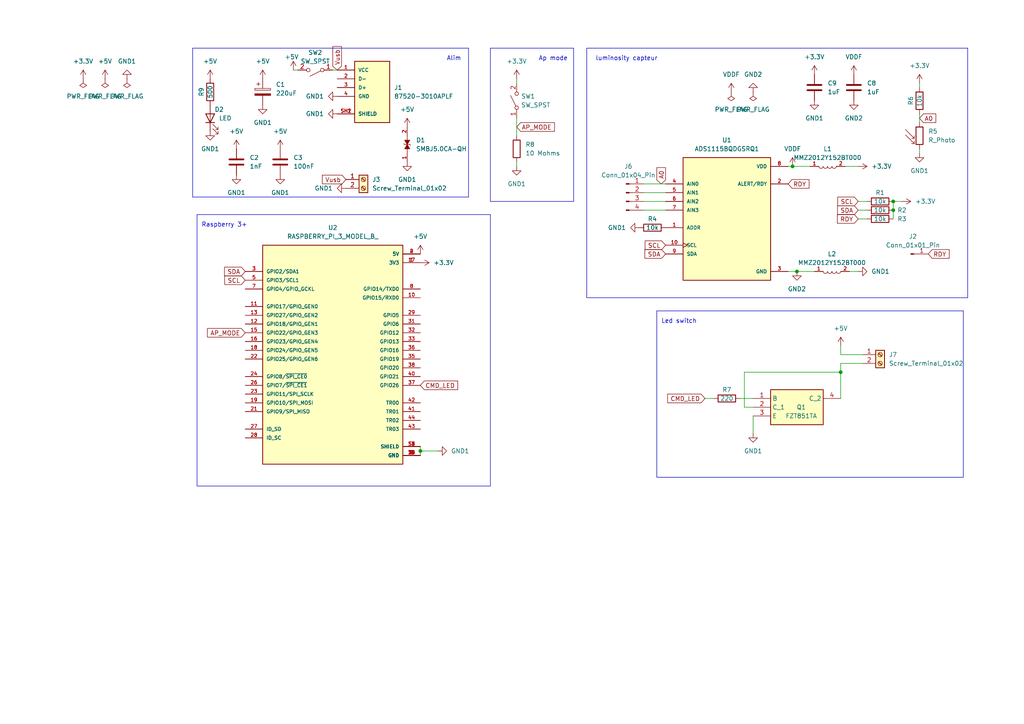
<source format=kicad_sch>
(kicad_sch (version 20230121) (generator eeschema)
  (paper "A4")
  (lib_symbols
    (symbol "Connector:Conn_01x01_Pin" (pin_names (offset 1.016) hide)
      (property "Reference" "J" (at 0 2.54 0))
      (property "Value" "Conn_01x01_Pin" (at 0 -2.54 0))
      (symbol "Conn_01x01_Pin_1_1"
        (polyline (pts (xy 1.27 0) (xy 0.8636 0)) (stroke (width 0.1524)))
        (rectangle (start 0.8636 0.127) (end 0 -0.127) (stroke (width 0.1524)) (fill (type outline)))
        (pin passive line (at 5.08 0 180) (length 3.81) (name "Pin_1") (number "1"))
      )
    )
    (symbol "Connector:Conn_01x04_Pin" (pin_names (offset 1.016) hide)
      (property "Reference" "J" (at 0 5.08 0))
      (property "Value" "Conn_01x04_Pin" (at 0 -7.62 0))
      (symbol "Conn_01x04_Pin_1_1"
        (polyline (pts (xy 1.27 -5.08) (xy 0.8636 -5.08)) (stroke (width 0.1524)))
        (polyline (pts (xy 1.27 -2.54) (xy 0.8636 -2.54)) (stroke (width 0.1524)))
        (polyline (pts (xy 1.27 0) (xy 0.8636 0)) (stroke (width 0.1524)))
        (polyline (pts (xy 1.27 2.54) (xy 0.8636 2.54)) (stroke (width 0.1524)))
        (rectangle (start 0.8636 -4.953) (end 0 -5.207) (stroke (width 0.1524)) (fill (type outline)))
        (rectangle (start 0.8636 -2.413) (end 0 -2.667) (stroke (width 0.1524)) (fill (type outline)))
        (rectangle (start 0.8636 0.127) (end 0 -0.127) (stroke (width 0.1524)) (fill (type outline)))
        (rectangle (start 0.8636 2.667) (end 0 2.413) (stroke (width 0.1524)) (fill (type outline)))
        (pin passive line (at 5.08 2.54 180) (length 3.81) (name "Pin_1") (number "1"))
        (pin passive line (at 5.08 0 180) (length 3.81) (name "Pin_2") (number "2"))
        (pin passive line (at 5.08 -2.54 180) (length 3.81) (name "Pin_3") (number "3"))
        (pin passive line (at 5.08 -5.08 180) (length 3.81) (name "Pin_4") (number "4"))
      )
    )
    (symbol "Connector:Screw_Terminal_01x02" (pin_names (offset 1.016) hide)
      (property "Reference" "J" (at 0 2.54 0))
      (property "Value" "Screw_Terminal_01x02" (at 0 -5.08 0))
      (symbol "Screw_Terminal_01x02_1_1"
        (rectangle (start -1.27 1.27) (end 1.27 -3.81) (stroke (width 0.254)) (fill (type background)))
        (circle (center 0 -2.54) (radius 0.635) (stroke (width 0.1524)))
        (polyline (pts (xy -0.5334 -2.2098) (xy 0.3302 -3.048)) (stroke (width 0.1524)))
        (polyline (pts (xy -0.5334 0.3302) (xy 0.3302 -0.508)) (stroke (width 0.1524)))
        (polyline (pts (xy -0.3556 -2.032) (xy 0.508 -2.8702)) (stroke (width 0.1524)))
        (polyline (pts (xy -0.3556 0.508) (xy 0.508 -0.3302)) (stroke (width 0.1524)))
        (circle (center 0 0) (radius 0.635) (stroke (width 0.1524)))
        (pin passive line (at -5.08 0 0) (length 3.81) (name "Pin_1") (number "1"))
        (pin passive line (at -5.08 -2.54 0) (length 3.81) (name "Pin_2") (number "2"))
      )
    )
    (symbol "Device:C" (pin_numbers hide) (pin_names (offset 0.254))
      (property "Reference" "C" (at 0.635 2.54 0))
      (property "Value" "C" (at 0.635 -2.54 0))
      (symbol "C_0_1"
        (polyline (pts (xy -2.032 -0.762) (xy 2.032 -0.762)) (stroke (width 0.508)))
        (polyline (pts (xy -2.032 0.762) (xy 2.032 0.762)) (stroke (width 0.508)))
      )
      (symbol "C_1_1"
        (pin passive line (at 0 3.81 270) (length 2.794) (name "~") (number "1"))
        (pin passive line (at 0 -3.81 90) (length 2.794) (name "~") (number "2"))
      )
    )
    (symbol "Device:C_Polarized" (pin_numbers hide) (pin_names (offset 0.254))
      (property "Reference" "C" (at 0.635 2.54 0))
      (property "Value" "C_Polarized" (at 0.635 -2.54 0))
      (symbol "C_Polarized_0_1"
        (rectangle (start -2.286 0.508) (end 2.286 1.016))
        (polyline (pts (xy -1.778 2.286) (xy -0.762 2.286)))
        (polyline (pts (xy -1.27 2.794) (xy -1.27 1.778)))
        (rectangle (start 2.286 -0.508) (end -2.286 -1.016) (fill (type outline)))
      )
      (symbol "C_Polarized_1_1"
        (pin passive line (at 0 3.81 270) (length 2.794) (name "~") (number "1"))
        (pin passive line (at 0 -3.81 90) (length 2.794) (name "~") (number "2"))
      )
    )
    (symbol "Device:LED" (pin_numbers hide) (pin_names (offset 1.016) hide)
      (property "Reference" "D" (at 0 2.54 0))
      (property "Value" "LED" (at 0 -2.54 0))
      (symbol "LED_0_1"
        (polyline (pts (xy -1.27 -1.27) (xy -1.27 1.27)) (stroke (width 0.254)))
        (polyline (pts (xy -1.27 0) (xy 1.27 0)))
        (polyline (pts (xy 1.27 -1.27) (xy 1.27 1.27) (xy -1.27 0) (xy 1.27 -1.27)) (stroke (width 0.254)))
        (polyline (pts (xy -3.048 -0.762) (xy -4.572 -2.286) (xy -3.81 -2.286) (xy -4.572 -2.286) (xy -4.572 -1.524)))
        (polyline (pts (xy -1.778 -0.762) (xy -3.302 -2.286) (xy -2.54 -2.286) (xy -3.302 -2.286) (xy -3.302 -1.524)))
      )
      (symbol "LED_1_1"
        (pin passive line (at -3.81 0 0) (length 2.54) (name "K") (number "1"))
        (pin passive line (at 3.81 0 180) (length 2.54) (name "A") (number "2"))
      )
    )
    (symbol "Device:R" (pin_numbers hide) (pin_names (offset 0))
      (property "Reference" "R" (at 2.032 0 90))
      (property "Value" "R" (at 0 0 90))
      (symbol "R_0_1"
        (rectangle (start -1.016 -2.54) (end 1.016 2.54) (stroke (width 0.254)))
      )
      (symbol "R_1_1"
        (pin passive line (at 0 3.81 270) (length 1.27) (name "~") (number "1"))
        (pin passive line (at 0 -3.81 90) (length 1.27) (name "~") (number "2"))
      )
    )
    (symbol "Device:R_Photo" (pin_numbers hide) (pin_names (offset 0))
      (property "Reference" "R" (at 1.27 1.27 0))
      (property "Value" "R_Photo" (at 1.27 0 0))
      (symbol "R_Photo_0_1"
        (rectangle (start -1.016 2.54) (end 1.016 -2.54) (stroke (width 0.254)))
        (polyline (pts (xy -1.524 -2.286) (xy -4.064 0.254)))
        (polyline (pts (xy -1.524 -2.286) (xy -2.286 -2.286)))
        (polyline (pts (xy -1.524 -2.286) (xy -1.524 -1.524)))
        (polyline (pts (xy -1.524 -0.762) (xy -4.064 1.778)))
        (polyline (pts (xy -1.524 -0.762) (xy -2.286 -0.762)))
        (polyline (pts (xy -1.524 -0.762) (xy -1.524 0)))
      )
      (symbol "R_Photo_1_1"
        (pin passive line (at 0 3.81 270) (length 1.27) (name "~") (number "1"))
        (pin passive line (at 0 -3.81 90) (length 1.27) (name "~") (number "2"))
      )
    )
    (symbol "Switch:SW_SPST" (pin_names (offset 0) hide)
      (property "Reference" "SW" (at 0 3.175 0))
      (property "Value" "SW_SPST" (at 0 -2.54 0))
      (symbol "SW_SPST_0_0"
        (circle (center -2.032 0) (radius 0.508))
        (polyline (pts (xy -1.524 0.254) (xy 1.524 1.778)))
        (circle (center 2.032 0) (radius 0.508))
      )
      (symbol "SW_SPST_1_1"
        (pin passive line (at -5.08 0 0) (length 2.54) (name "A") (number "1"))
        (pin passive line (at 5.08 0 180) (length 2.54) (name "B") (number "2"))
      )
    )
    (symbol "camtrap:87520-3010APLF" (pin_names (offset 1.016))
      (property "Reference" "J" (at -5.08 8.89 0))
      (property "Value" "87520-3010APLF" (at -5.08 -12.7 0))
      (symbol "87520-3010APLF_0_0"
        (rectangle (start -5.08 -10.16) (end 5.08 7.62) (stroke (width 0.254)) (fill (type background)))
        (pin power_in line (at -10.16 5.08 0) (length 5.08) (name "VCC") (number "1"))
        (pin bidirectional line (at -10.16 2.54 0) (length 5.08) (name "D-") (number "2"))
        (pin bidirectional line (at -10.16 0 0) (length 5.08) (name "D+") (number "3"))
        (pin power_in line (at -10.16 -2.54 0) (length 5.08) (name "GND") (number "4"))
        (pin passive line (at -10.16 -7.62 0) (length 5.08) (name "SHIELD") (number "SH1"))
        (pin passive line (at -10.16 -7.62 0) (length 5.08) (name "SHIELD") (number "SH2"))
      )
    )
    (symbol "camtrap:ADS1115BQDGSRQ1" (pin_names (offset 1.016))
      (property "Reference" "U" (at -12.7 18.542 0))
      (property "Value" "ADS1115BQDGSRQ1" (at -12.7 -20.32 0))
      (symbol "ADS1115BQDGSRQ1_0_0"
        (rectangle (start -12.7 -17.78) (end 12.7 17.78) (stroke (width 0.254)) (fill (type background)))
        (pin input line (at -17.78 -2.54 0) (length 5.08) (name "ADDR") (number "1"))
        (pin input clock (at -17.78 -7.62 0) (length 5.08) (name "SCL") (number "10"))
        (pin output line (at 17.78 10.16 180) (length 5.08) (name "ALERT/RDY") (number "2"))
        (pin power_in line (at 17.78 -15.24 180) (length 5.08) (name "GND") (number "3"))
        (pin input line (at -17.78 10.16 0) (length 5.08) (name "AIN0") (number "4"))
        (pin input line (at -17.78 7.62 0) (length 5.08) (name "AIN1") (number "5"))
        (pin input line (at -17.78 5.08 0) (length 5.08) (name "AIN2") (number "6"))
        (pin input line (at -17.78 2.54 0) (length 5.08) (name "AIN3") (number "7"))
        (pin power_in line (at 17.78 15.24 180) (length 5.08) (name "VDD") (number "8"))
        (pin bidirectional line (at -17.78 -10.16 0) (length 5.08) (name "SDA") (number "9"))
      )
    )
    (symbol "camtrap:FZT851TA"
      (property "Reference" "Q" (at 21.59 7.62 0))
      (property "Value" "FZT851TA" (at 21.59 5.08 0))
      (symbol "FZT851TA_1_1"
        (rectangle (start 5.08 2.54) (end 20.32 -7.62) (stroke (width 0.254)) (fill (type background)))
        (pin passive line (at 0 0 0) (length 5.08) (name "B") (number "1"))
        (pin passive line (at 0 -2.54 0) (length 5.08) (name "C_1") (number "2"))
        (pin passive line (at 0 -5.08 0) (length 5.08) (name "E") (number "3"))
        (pin passive line (at 25.4 0 180) (length 5.08) (name "C_2") (number "4"))
      )
    )
    (symbol "camtrap:MMZ2012Y152BT000" (pin_names (offset 1.016))
      (property "Reference" "L" (at -5.0961 1.9111 0))
      (property "Value" "MMZ2012Y152BT000" (at -5.0926 -2.5463 0))
      (symbol "MMZ2012Y152BT000_0_0"
        (arc (start -2.54 0) (mid -1.905 -0.5747) (end -1.27 0) (stroke (width 0.1524)))
        (arc (start -1.27 0) (mid -0.635 -0.5747) (end 0 0) (stroke (width 0.1524)))
        (arc (start 0 0) (mid 0.635 -0.5747) (end 1.27 0) (stroke (width 0.1524)))
        (arc (start 1.27 0) (mid 1.905 -0.5747) (end 2.54 0) (stroke (width 0.1524)))
        (pin passive line (at -5.08 0 0) (length 2.54) (name "~") (number "1"))
        (pin passive line (at 5.08 0 180) (length 2.54) (name "~") (number "2"))
      )
    )
    (symbol "camtrap:RASPBERRY_PI_3_MODEL_B_" (pin_names (offset 1.016))
      (property "Reference" "U" (at -20.32 33.528 0))
      (property "Value" "RASPBERRY_PI_3_MODEL_B_" (at -20.32 -33.02 0))
      (symbol "RASPBERRY_PI_3_MODEL_B__0_0"
        (rectangle (start -20.32 -30.48) (end 20.32 33.02) (stroke (width 0.254)) (fill (type background)))
        (pin power_in line (at 25.4 27.94 180) (length 5.08) (name "3V3") (number "1"))
        (pin bidirectional line (at 25.4 17.78 180) (length 5.08) (name "GPIO15/RXD0") (number "10"))
        (pin bidirectional line (at -25.4 15.24 0) (length 5.08) (name "GPIO17/GPIO_GEN0") (number "11"))
        (pin bidirectional line (at -25.4 10.16 0) (length 5.08) (name "GPIO18/GPIO_GEN1") (number "12"))
        (pin bidirectional line (at -25.4 12.7 0) (length 5.08) (name "GPIO27/GPIO_GEN2") (number "13"))
        (pin power_in line (at 25.4 -27.94 180) (length 5.08) (name "GND") (number "14"))
        (pin bidirectional line (at -25.4 7.62 0) (length 5.08) (name "GPIO22/GPIO_GEN3") (number "15"))
        (pin bidirectional line (at -25.4 5.08 0) (length 5.08) (name "GPIO23/GPIO_GEN4") (number "16"))
        (pin power_in line (at 25.4 27.94 180) (length 5.08) (name "3V3") (number "17"))
        (pin bidirectional line (at -25.4 2.54 0) (length 5.08) (name "GPIO24/GPIO_GEN5") (number "18"))
        (pin bidirectional line (at -25.4 -12.7 0) (length 5.08) (name "GPIO10/SPI_MOSI") (number "19"))
        (pin power_in line (at 25.4 30.48 180) (length 5.08) (name "5V") (number "2"))
        (pin power_in line (at 25.4 -27.94 180) (length 5.08) (name "GND") (number "20"))
        (pin bidirectional line (at -25.4 -15.24 0) (length 5.08) (name "GPIO9/SPI_MISO") (number "21"))
        (pin bidirectional line (at -25.4 0 0) (length 5.08) (name "GPIO25/GPIO_GEN6") (number "22"))
        (pin bidirectional line (at -25.4 -10.16 0) (length 5.08) (name "GPIO11/SPI_SCLK") (number "23"))
        (pin bidirectional line (at -25.4 -5.08 0) (length 5.08) (name "GPIO8/~{SPI_CE0}") (number "24"))
        (pin power_in line (at 25.4 -27.94 180) (length 5.08) (name "GND") (number "25"))
        (pin bidirectional line (at -25.4 -7.62 0) (length 5.08) (name "GPIO7/~{SPI_CE1}") (number "26"))
        (pin bidirectional line (at -25.4 -20.32 0) (length 5.08) (name "ID_SD") (number "27"))
        (pin bidirectional line (at -25.4 -22.86 0) (length 5.08) (name "ID_SC") (number "28"))
        (pin bidirectional line (at 25.4 12.7 180) (length 5.08) (name "GPIO5") (number "29"))
        (pin bidirectional line (at -25.4 25.4 0) (length 5.08) (name "GPIO2/SDA1") (number "3"))
        (pin power_in line (at 25.4 -27.94 180) (length 5.08) (name "GND") (number "30"))
        (pin bidirectional line (at 25.4 10.16 180) (length 5.08) (name "GPIO6") (number "31"))
        (pin bidirectional line (at 25.4 7.62 180) (length 5.08) (name "GPIO12") (number "32"))
        (pin bidirectional line (at 25.4 5.08 180) (length 5.08) (name "GPIO13") (number "33"))
        (pin power_in line (at 25.4 -27.94 180) (length 5.08) (name "GND") (number "34"))
        (pin bidirectional line (at 25.4 0 180) (length 5.08) (name "GPIO19") (number "35"))
        (pin bidirectional line (at 25.4 2.54 180) (length 5.08) (name "GPIO16") (number "36"))
        (pin bidirectional line (at 25.4 -7.62 180) (length 5.08) (name "GPIO26") (number "37"))
        (pin bidirectional line (at 25.4 -2.54 180) (length 5.08) (name "GPIO20") (number "38"))
        (pin power_in line (at 25.4 -27.94 180) (length 5.08) (name "GND") (number "39"))
        (pin power_in line (at 25.4 30.48 180) (length 5.08) (name "5V") (number "4"))
        (pin bidirectional line (at 25.4 -5.08 180) (length 5.08) (name "GPIO21") (number "40"))
        (pin bidirectional line (at 25.4 -15.24 180) (length 5.08) (name "TR01") (number "41"))
        (pin bidirectional line (at 25.4 -12.7 180) (length 5.08) (name "TR00") (number "42"))
        (pin bidirectional line (at 25.4 -20.32 180) (length 5.08) (name "TR03") (number "43"))
        (pin bidirectional line (at 25.4 -17.78 180) (length 5.08) (name "TR02") (number "44"))
        (pin bidirectional line (at -25.4 22.86 0) (length 5.08) (name "GPIO3/SCL1") (number "5"))
        (pin power_in line (at 25.4 -27.94 180) (length 5.08) (name "GND") (number "6"))
        (pin bidirectional line (at -25.4 20.32 0) (length 5.08) (name "GPIO4/GPIO_GCKL") (number "7"))
        (pin bidirectional line (at 25.4 20.32 180) (length 5.08) (name "GPIO14/TXD0") (number "8"))
        (pin power_in line (at 25.4 -27.94 180) (length 5.08) (name "GND") (number "9"))
        (pin power_in line (at 25.4 -25.4 180) (length 5.08) (name "SHIELD") (number "S1"))
        (pin power_in line (at 25.4 -25.4 180) (length 5.08) (name "SHIELD") (number "S2"))
        (pin power_in line (at 25.4 -25.4 180) (length 5.08) (name "SHIELD") (number "S3"))
        (pin power_in line (at 25.4 -25.4 180) (length 5.08) (name "SHIELD") (number "S4"))
      )
    )
    (symbol "camtrap:SMBJ5.0CA-QH" (pin_names (offset 1.016))
      (property "Reference" "D" (at -5.08 2.54 0))
      (property "Value" "SMBJ5.0CA-QH" (at -5.08 -5.08 0))
      (symbol "SMBJ5.0CA-QH_0_0"
        (polyline (pts (xy -1.27 0) (xy -2.54 0)) (stroke (width 0.1524)))
        (polyline (pts (xy 0 -0.762) (xy -0.254 -1.016)) (stroke (width 0.1524)))
        (polyline (pts (xy 0 -0.762) (xy 0 0.762)) (stroke (width 0.1524)))
        (polyline (pts (xy 0 0.762) (xy 0.254 1.016)) (stroke (width 0.1524)))
        (polyline (pts (xy 1.27 0) (xy 2.54 0)) (stroke (width 0.1524)))
        (polyline (pts (xy 0 0) (xy -1.27 -0.762) (xy -1.27 0.762) (xy 0 0)) (stroke (width 0.1524)) (fill (type outline)))
        (polyline (pts (xy 0 0) (xy 1.27 0.762) (xy 1.27 -0.762) (xy 0 0)) (stroke (width 0.1524)) (fill (type outline)))
        (pin passive line (at -5.08 0 0) (length 2.54) (name "~") (number "1"))
        (pin passive line (at 5.08 0 180) (length 2.54) (name "~") (number "2"))
      )
    )
    (symbol "power:+3.3V" (power) (pin_names (offset 0))
      (property "Value" "+3.3V" (at 0 3.556 0))
      (symbol "+3.3V_0_1"
        (polyline (pts (xy -0.762 1.27) (xy 0 2.54)))
        (polyline (pts (xy 0 0) (xy 0 2.54)))
        (polyline (pts (xy 0 2.54) (xy 0.762 1.27)))
      )
      (symbol "+3.3V_1_1"
        (pin power_in line (at 0 0 90) (length 0) hide (name "+3.3V") (number "1"))
      )
    )
    (symbol "power:+5V" (power) (pin_names (offset 0))
      (property "Value" "+5V" (at 0 3.556 0))
      (symbol "+5V_0_1"
        (polyline (pts (xy -0.762 1.27) (xy 0 2.54)))
        (polyline (pts (xy 0 0) (xy 0 2.54)))
        (polyline (pts (xy 0 2.54) (xy 0.762 1.27)))
      )
      (symbol "+5V_1_1"
        (pin power_in line (at 0 0 90) (length 0) hide (name "+5V") (number "1"))
      )
    )
    (symbol "power:GND1" (power) (pin_names (offset 0))
      (property "Value" "GND1" (at 0 -3.81 0))
      (symbol "GND1_0_1"
        (polyline (pts (xy 0 0) (xy 0 -1.27) (xy 1.27 -1.27) (xy 0 -2.54) (xy -1.27 -1.27) (xy 0 -1.27)))
      )
      (symbol "GND1_1_1"
        (pin power_in line (at 0 0 270) (length 0) hide (name "GND1") (number "1"))
      )
    )
    (symbol "power:GND2" (power) (pin_names (offset 0))
      (property "Value" "GND2" (at 0 -3.81 0))
      (symbol "GND2_0_1"
        (polyline (pts (xy 0 0) (xy 0 -1.27) (xy 1.27 -1.27) (xy 0 -2.54) (xy -1.27 -1.27) (xy 0 -1.27)))
      )
      (symbol "GND2_1_1"
        (pin power_in line (at 0 0 270) (length 0) hide (name "GND2") (number "1"))
      )
    )
    (symbol "power:PWR_FLAG" (power) (pin_numbers hide) (pin_names (offset 0) hide)
      (property "Value" "PWR_FLAG" (at 0 3.81 0))
      (symbol "PWR_FLAG_0_0"
        (pin power_out line (at 0 0 90) (length 0) (name "pwr") (number "1"))
      )
      (symbol "PWR_FLAG_0_1"
        (polyline (pts (xy 0 0) (xy 0 1.27) (xy -1.016 1.905) (xy 0 2.54) (xy 1.016 1.905) (xy 0 1.27)))
      )
    )
    (symbol "power:VDDF" (power) (pin_names (offset 0))
      (property "Value" "VDDF" (at 0 3.81 0))
      (symbol "VDDF_0_1"
        (polyline (pts (xy -0.762 1.27) (xy 0 2.54)))
        (polyline (pts (xy 0 0) (xy 0 2.54)))
        (polyline (pts (xy 0 2.54) (xy 0.762 1.27)))
      )
      (symbol "VDDF_1_1"
        (pin power_in line (at 0 0 90) (length 0) hide (name "VDDF") (number "1"))
      )
    )
  )
  (junction (at 121.92 130.81))
  (junction (at 259.08 58.42))
  (junction (at 259.08 60.96))
  (junction (at 231.14 78.74))
  (junction (at 243.84 107.95))
  (junction (at 229.87 48.26))
  (wire (pts (xy 266.7 43.18) (xy 266.7 44.45)))
  (wire (pts (xy 85.09 20.32) (xy 86.36 20.32)))
  (polyline (pts (xy 280.67 86.36) (xy 170.18 86.36)))
  (wire (pts (xy 248.92 58.42) (xy 251.46 58.42)))
  (wire (pts (xy 259.08 60.96) (xy 259.08 63.5)))
  (polyline (pts (xy 166.37 13.97) (xy 166.37 58.42)))
  (wire (pts (xy 218.44 118.11) (xy 215.9 118.11)))
  (wire (pts (xy 243.84 102.87) (xy 243.84 100.33)))
  (wire (pts (xy 266.7 33.02) (xy 266.7 35.56)))
  (polyline (pts (xy 142.24 13.97) (xy 166.37 13.97)))
  (wire (pts (xy 186.69 58.42) (xy 193.04 58.42)))
  (wire (pts (xy 121.92 130.81) (xy 121.92 132.08)))
  (wire (pts (xy 204.47 115.57) (xy 207.01 115.57)))
  (wire (pts (xy 149.86 22.86) (xy 149.86 24.13)))
  (wire (pts (xy 186.69 60.96) (xy 193.04 60.96)))
  (wire (pts (xy 259.08 58.42) (xy 261.62 58.42)))
  (wire (pts (xy 215.9 107.95) (xy 243.84 107.95)))
  (polyline (pts (xy 170.18 13.97) (xy 280.67 13.97)))
  (wire (pts (xy 250.19 102.87) (xy 243.84 102.87)))
  (polyline (pts (xy 190.5 138.43) (xy 190.5 90.17)))
  (polyline (pts (xy 55.88 57.15) (xy 55.88 13.97)))
  (wire (pts (xy 121.92 129.54) (xy 121.92 130.81)))
  (wire (pts (xy 248.92 63.5) (xy 251.46 63.5)))
  (wire (pts (xy 259.08 58.42) (xy 259.08 60.96)))
  (wire (pts (xy 245.11 48.26) (xy 248.92 48.26)))
  (wire (pts (xy 215.9 118.11) (xy 215.9 107.95)))
  (wire (pts (xy 266.7 24.13) (xy 266.7 25.4)))
  (wire (pts (xy 246.38 78.74) (xy 248.92 78.74)))
  (wire (pts (xy 218.44 120.65) (xy 218.44 125.73)))
  (wire (pts (xy 149.86 46.99) (xy 149.86 48.26)))
  (wire (pts (xy 214.63 115.57) (xy 218.44 115.57)))
  (wire (pts (xy 121.92 130.81) (xy 127 130.81)))
  (wire (pts (xy 243.84 107.95) (xy 243.84 115.57)))
  (polyline (pts (xy 135.89 57.15) (xy 55.88 57.15)))
  (wire (pts (xy 229.87 48.26) (xy 234.95 48.26)))
  (polyline (pts (xy 280.67 13.97) (xy 280.67 86.36)))
  (wire (pts (xy 149.86 34.29) (xy 149.86 39.37)))
  (polyline (pts (xy 55.88 13.97) (xy 135.89 13.97)))
  (polyline (pts (xy 279.4 90.17) (xy 279.4 138.43)))
  (wire (pts (xy 243.84 105.41) (xy 243.84 107.95)))
  (polyline (pts (xy 166.37 58.42) (xy 142.24 58.42)))
  (polyline (pts (xy 170.18 86.36) (xy 170.18 13.97)))
  (polyline (pts (xy 135.89 13.97) (xy 135.89 57.15)))
  (polyline (pts (xy 142.24 13.97) (xy 142.24 58.42)))
  (wire (pts (xy 228.6 48.26) (xy 229.87 48.26)))
  (polyline (pts (xy 190.5 90.17) (xy 279.4 90.17)))
  (wire (pts (xy 248.92 60.96) (xy 251.46 60.96)))
  (wire (pts (xy 231.14 78.74) (xy 236.22 78.74)))
  (polyline (pts (xy 279.4 138.43) (xy 190.5 138.43)))
  (wire (pts (xy 96.52 20.32) (xy 97.79 20.32)))
  (wire (pts (xy 186.69 55.88) (xy 193.04 55.88)))
  (wire (pts (xy 228.6 78.74) (xy 231.14 78.74)))
  (wire (pts (xy 186.69 53.34) (xy 193.04 53.34)))
  (wire (pts (xy 250.19 105.41) (xy 243.84 105.41)))
  (rectangle (start 57.15 62.23) (end 142.24 140.97))
  (text "Ap mode" (at 156.21 17.78 0) (effects (font (size 1.27 1.27)) (justify left bottom)))
  (text "luminosity capteur" (at 172.72 17.78 0) (effects (font (size 1.27 1.27)) (justify left bottom)))
  (text "Raspberry 3+" (at 58.42 66.04 0) (effects (font (size 1.27 1.27)) (justify left bottom)))
  (text "Led switch\n" (at 191.77 93.98 0) (effects (font (size 1.27 1.27)) (justify left bottom)))
  (text "Alim" (at 129.54 17.78 0) (effects (font (size 1.27 1.27)) (justify left bottom)))
  (global_label "SCL" (shape input) (at 193.04 71.12 180) (property "Intersheetrefs" "${INTERSHEET_REFS}" (effects hide)))
  (global_label "SDA" (shape input) (at 248.92 60.96 180) (property "Intersheetrefs" "${INTERSHEET_REFS}" (effects hide)))
  (global_label "Vusb" (shape input) (at 97.79 20.32 90) (property "Intersheetrefs" "${INTERSHEET_REFS}" (effects hide)))
  (global_label "RDY" (shape input) (at 269.24 73.66 0) (property "Intersheetrefs" "${INTERSHEET_REFS}" (effects hide)))
  (global_label "AP_MODE" (shape input) (at 71.12 96.52 180) (property "Intersheetrefs" "${INTERSHEET_REFS}" (effects hide)))
  (global_label "RDY" (shape input) (at 248.92 63.5 180) (property "Intersheetrefs" "${INTERSHEET_REFS}" (effects hide)))
  (global_label "SCL" (shape input) (at 248.92 58.42 180) (property "Intersheetrefs" "${INTERSHEET_REFS}" (effects hide)))
  (global_label "RDY" (shape input) (at 228.6 53.34 0) (property "Intersheetrefs" "${INTERSHEET_REFS}" (effects hide)))
  (global_label "CMD_LED" (shape input) (at 204.47 115.57 180) (property "Intersheetrefs" "${INTERSHEET_REFS}" (effects hide)))
  (global_label "SDA" (shape input) (at 193.04 73.66 180) (property "Intersheetrefs" "${INTERSHEET_REFS}" (effects hide)))
  (global_label "A0" (shape input) (at 266.7 34.29 0) (property "Intersheetrefs" "${INTERSHEET_REFS}" (effects hide)))
  (global_label "SDA" (shape input) (at 71.12 78.74 180) (property "Intersheetrefs" "${INTERSHEET_REFS}" (effects hide)))
  (global_label "A0" (shape input) (at 191.77 53.34 90) (property "Intersheetrefs" "${INTERSHEET_REFS}" (effects hide)))
  (global_label "AP_MODE" (shape input) (at 149.86 36.83 0) (property "Intersheetrefs" "${INTERSHEET_REFS}" (effects hide)))
  (global_label "SCL" (shape input) (at 71.12 81.28 180) (property "Intersheetrefs" "${INTERSHEET_REFS}" (effects hide)))
  (global_label "CMD_LED" (shape input) (at 121.92 111.76 0) (property "Intersheetrefs" "${INTERSHEET_REFS}" (effects hide)))
  (global_label "Vusb" (shape input) (at 100.33 52.07 180) (property "Intersheetrefs" "${INTERSHEET_REFS}" (effects hide)))
  (symbol (lib_id "power:GND1") (at 76.2 30.48 0) (unit 1)
    (property "Reference" "#PWR02" (effects hide))
    (property "Value" "GND1" (at 76.2 35.56 0))
  )
  (symbol (lib_id "power:GND1") (at 218.44 125.73 0) (unit 1)
    (property "Reference" "#PWR035" (effects hide))
    (property "Value" "GND1" (at 218.44 130.81 0))
  )
  (symbol (lib_id "power:GND2") (at 247.65 29.21 0) (unit 1)
    (property "Reference" "#PWR029" (effects hide))
    (property "Value" "GND2" (at 247.65 34.29 0))
  )
  (symbol (lib_id "power:+5V") (at 76.2 22.86 0) (unit 1)
    (property "Reference" "#PWR01" (effects hide))
    (property "Value" "+5V" (at 76.2 17.78 0))
  )
  (symbol (lib_id "power:+5V") (at 68.58 43.18 0) (unit 1)
    (property "Reference" "#PWR022" (effects hide))
    (property "Value" "+5V" (at 68.58 38.1 0))
  )
  (symbol (lib_id "power:GND1") (at 149.86 48.26 0) (unit 1)
    (property "Reference" "#PWR033" (effects hide))
    (property "Value" "GND1" (at 149.86 53.34 0))
  )
  (symbol (lib_id "Device:C") (at 81.28 46.99 0) (unit 1)
    (property "Reference" "C3" (at 85.09 45.72 0) (effects (justify left)))
    (property "Value" "100nF" (at 85.09 48.26 0) (effects (justify left)))
    (property "Footprint" "Capacitor_SMD:C_0805_2012Metric_Pad1.18x1.45mm_HandSolder" (effects hide))
  )
  (symbol (lib_id "Device:R") (at 210.82 115.57 90) (unit 1)
    (property "Reference" "R7" (at 210.82 113.03 90))
    (property "Value" "220" (at 210.82 115.57 90))
    (property "Footprint" "Resistor_SMD:R_0805_2012Metric_Pad1.20x1.40mm_HandSolder" (effects hide))
  )
  (symbol (lib_id "power:GND1") (at 97.79 33.02 270) (unit 1)
    (property "Reference" "#PWR05" (effects hide))
    (property "Value" "GND1" (at 93.98 33.02 90) (effects (justify right)))
  )
  (symbol (lib_id "power:GND2") (at 231.14 78.74 0) (unit 1)
    (property "Reference" "#PWR028" (effects hide))
    (property "Value" "GND2" (at 231.14 83.82 0))
  )
  (symbol (lib_id "power:GND1") (at 127 130.81 90) (unit 1)
    (property "Reference" "#PWR015" (effects hide))
    (property "Value" "GND1" (at 130.81 130.81 90) (effects (justify right)))
  )
  (symbol (lib_id "Connector:Screw_Terminal_01x02") (at 105.41 52.07 0) (unit 1)
    (property "Reference" "J3" (at 107.95 52.07 0) (effects (justify left)))
    (property "Value" "Screw_Terminal_01x02" (at 107.95 54.61 0) (effects (justify left)))
    (property "Footprint" "camtrap:bornierVis" (effects hide))
  )
  (symbol (lib_id "power:PWR_FLAG") (at 30.48 22.86 180) (unit 1)
    (property "Reference" "#FLG02" (effects hide))
    (property "Value" "PWR_FLAG" (at 30.48 27.94 0))
  )
  (symbol (lib_id "power:VDDF") (at 247.65 21.59 0) (unit 1)
    (property "Reference" "#PWR030" (effects hide))
    (property "Value" "VDDF" (at 247.65 16.51 0))
  )
  (symbol (lib_id "power:PWR_FLAG") (at 212.09 26.67 180) (unit 1)
    (property "Reference" "#FLG04" (effects hide))
    (property "Value" "PWR_FLAG" (at 212.09 31.75 0))
  )
  (symbol (lib_id "power:GND1") (at 236.22 29.21 0) (unit 1)
    (property "Reference" "#PWR032" (effects hide))
    (property "Value" "GND1" (at 236.22 34.29 0))
  )
  (symbol (lib_id "power:+3.3V") (at 248.92 48.26 270) (unit 1)
    (property "Reference" "#PWR07" (effects hide))
    (property "Value" "+3.3V" (at 252.73 48.26 90) (effects (justify left)))
  )
  (symbol (lib_id "power:PWR_FLAG") (at 218.44 26.67 180) (unit 1)
    (property "Reference" "#FLG05" (effects hide))
    (property "Value" "PWR_FLAG" (at 218.44 31.75 0))
  )
  (symbol (lib_id "power:GND1") (at 100.33 54.61 270) (unit 1)
    (property "Reference" "#PWR037" (effects hide))
    (property "Value" "GND1" (at 96.52 54.61 90) (effects (justify right)))
  )
  (symbol (lib_id "Device:R") (at 60.96 26.67 180) (unit 1)
    (property "Reference" "R9" (at 58.42 26.67 90))
    (property "Value" "500" (at 60.96 26.67 90))
    (property "Footprint" "Resistor_SMD:R_0805_2012Metric_Pad1.20x1.40mm_HandSolder" (effects hide))
  )
  (symbol (lib_id "Connector:Conn_01x04_Pin") (at 181.61 55.88 0) (unit 1)
    (property "Reference" "J6" (at 182.245 48.26 0))
    (property "Value" "Conn_01x04_Pin" (at 182.245 50.8 0))
    (property "Footprint" "Connector_PinHeader_2.54mm:PinHeader_1x04_P2.54mm_Vertical" (effects hide))
  )
  (symbol (lib_id "camtrap:ADS1115BQDGSRQ1") (at 210.82 63.5 0) (unit 1)
    (property "Reference" "U1" (at 210.82 40.64 0))
    (property "Value" "ADS1115BQDGSRQ1" (at 210.82 43.18 0))
    (property "Footprint" "camtrap:SOP50P490X110-10N" (effects hide))
    (property "PARTREV" "D" (effects hide))
    (property "STANDARD" "IPC 7351B" (effects hide))
    (property "MAXIMUM_PACKAGE_HEIGHT" "1.1 mm" (effects hide))
    (property "MANUFACTURER" "Texas Instruments" (effects hide))
  )
  (symbol (lib_id "camtrap:87520-3010APLF") (at 107.95 25.4 0) (unit 1)
    (property "Reference" "J1" (at 114.3 25.4 0) (effects (justify left)))
    (property "Value" "87520-3010APLF" (at 114.3 27.94 0) (effects (justify left)))
    (property "Footprint" "camtrap:AMPHENOL_87520-3010APLF" (effects hide))
    (property "MF" "Amphenol ICC (FCI)" (effects hide))
    (property "MAXIMUM_PACKAGE_HEIGHT" "7.70 mm" (effects hide))
    (property "Package" "None" (effects hide))
    (property "Price" "None" (effects hide))
    (property "Check_prices" "https://www.snapeda.com/parts/87520-3010APLF/Amphenol+FCI/view-part/?ref=eda" (effects hide))
    (property "STANDARD" "Manufacturer Recommendations" (effects hide))
    (property "PARTREV" "AR" (effects hide))
    (property "SnapEDA_Link" "https://www.snapeda.com/parts/87520-3010APLF/Amphenol+FCI/view-part/?ref=snap" (effects hide))
    (property "MP" "87520-3010APLF" (effects hide))
    (property "Description" "\nUSB 2.0, Input Output Connector, USB Type A, Standard, Right Angle, Through Hole, Single Decks, 4 Positions\n" (effects hide))
    (property "Availability" "In Stock" (effects hide))
    (property "MANUFACTURER" "Amphenol" (effects hide))
  )
  (symbol (lib_id "Device:R") (at 266.7 29.21 180) (unit 1)
    (property "Reference" "R6" (at 264.16 29.21 90))
    (property "Value" "10k" (at 266.7 29.21 90))
    (property "Footprint" "Resistor_SMD:R_0805_2012Metric_Pad1.20x1.40mm_HandSolder" (effects hide))
  )
  (symbol (lib_id "power:+5V") (at 243.84 100.33 0) (unit 1)
    (property "Reference" "#PWR012" (effects hide))
    (property "Value" "+5V" (at 243.84 95.25 0))
  )
  (symbol (lib_id "power:GND1") (at 185.42 66.04 270) (unit 1)
    (property "Reference" "#PWR019" (effects hide))
    (property "Value" "GND1" (at 181.61 66.04 90) (effects (justify right)))
  )
  (symbol (lib_id "camtrap:SMBJ5.0CA-QH") (at 118.11 41.91 90) (unit 1)
    (property "Reference" "D1" (at 120.65 40.64 90) (effects (justify right)))
    (property "Value" "SMBJ5.0CA-QH" (at 120.65 43.18 90) (effects (justify right)))
    (property "Footprint" "camtrap:DIOM4336X265N" (effects hide))
    (property "MF" "Bourns Inc." (effects hide))
    (property "MAXIMUM_PACKAGE_HEIGHT" "2.65 mm" (effects hide))
    (property "Package" "None" (effects hide))
    (property "Price" "None" (effects hide))
    (property "Check_prices" "https://www.snapeda.com/parts/SMBJ5.0CA-QH/Bourns/view-part/?ref=eda" (effects hide))
    (property "STANDARD" "IPC-7351B" (effects hide))
    (property "PARTREV" "I2102" (effects hide))
    (property "SnapEDA_Link" "https://www.snapeda.com/parts/SMBJ5.0CA-QH/Bourns/view-part/?ref=snap" (effects hide))
    (property "MP" "SMBJ5.0CA-QH" (effects hide))
    (property "Description" "\n9.2V Clamp 65.3A Ipp Tvs Diode Surface Mount DO-214AA (SMB)\n" (effects hide))
    (property "Availability" "In Stock" (effects hide))
    (property "MANUFACTURER" "Taiwan Semiconductor" (effects hide))
  )
  (symbol (lib_id "power:VDDF") (at 212.09 26.67 0) (unit 1)
    (property "Reference" "#PWR025" (effects hide))
    (property "Value" "VDDF" (at 212.09 21.59 0))
  )
  (symbol (lib_id "Device:R") (at 255.27 63.5 90) (unit 1)
    (property "Reference" "R3" (at 261.62 63.5 90))
    (property "Value" "10k" (at 255.27 63.5 90))
    (property "Footprint" "Resistor_SMD:R_0805_2012Metric_Pad1.20x1.40mm_HandSolder" (effects hide))
  )
  (symbol (lib_id "Device:R") (at 149.86 43.18 0) (unit 1)
    (property "Reference" "R8" (at 152.4 41.91 0) (effects (justify left)))
    (property "Value" "10 Mohms" (at 152.4 44.45 0) (effects (justify left)))
    (property "Footprint" "Resistor_SMD:R_0805_2012Metric_Pad1.20x1.40mm_HandSolder" (effects hide))
  )
  (symbol (lib_id "power:GND1") (at 266.7 44.45 0) (unit 1)
    (property "Reference" "#PWR020" (effects hide))
    (property "Value" "GND1" (at 266.7 49.53 0))
  )
  (symbol (lib_id "power:+5V") (at 121.92 73.66 0) (unit 1)
    (property "Reference" "#PWR031" (effects hide))
    (property "Value" "+5V" (at 121.92 68.58 0))
  )
  (symbol (lib_id "power:GND1") (at 81.28 50.8 0) (unit 1)
    (property "Reference" "#PWR021" (effects hide))
    (property "Value" "GND1" (at 81.28 55.88 0))
  )
  (symbol (lib_id "power:+3.3V") (at 236.22 21.59 0) (unit 1)
    (property "Reference" "#PWR06" (effects hide))
    (property "Value" "+3.3V" (at 236.22 16.51 0))
  )
  (symbol (lib_id "power:+3.3V") (at 261.62 58.42 270) (unit 1)
    (property "Reference" "#PWR011" (effects hide))
    (property "Value" "+3.3V" (at 265.43 58.42 90) (effects (justify left)))
  )
  (symbol (lib_id "camtrap:RASPBERRY_PI_3_MODEL_B_") (at 96.52 104.14 0) (unit 1)
    (property "Reference" "U2" (at 96.52 66.04 0))
    (property "Value" "RASPBERRY_PI_3_MODEL_B_" (at 96.52 68.58 0))
    (property "Footprint" "camtrap:raspberrypi 3b+" (effects hide))
    (property "MF" "Raspberry Pi" (effects hide))
    (property "MAXIMUM_PACKAGE_HEIGHT" "16 mm" (effects hide))
    (property "Package" "Raspberry Pi" (effects hide))
    (property "Price" "None" (effects hide))
    (property "Check_prices" "https://www.snapeda.com/parts/RASPBERRY%20PI%203%20MODEL%20B+/Raspberry+Pi/view-part/?ref=eda" (effects hide))
    (property "STANDARD" "Manufacturer Recommendations" (effects hide))
    (property "PARTREV" "N/A" (effects hide))
    (property "SnapEDA_Link" "https://www.snapeda.com/parts/RASPBERRY%20PI%203%20MODEL%20B+/Raspberry+Pi/view-part/?ref=snap" (effects hide))
    (property "MP" "RASPBERRY PI 3 MODEL B+" (effects hide))
    (property "Description" "\nSingle Board Computer, Model B+ 1GB RAM,Raspberry Pi 3 Series | Raspberry Pi RASPBERRY PI 3 MODEL B+\n" (effects hide))
    (property "SNAPEDA_PN" "RASPBERRY PI 3 MODEL B+" (effects hide))
    (property "Availability" "In Stock" (effects hide))
    (property "MANUFACTURER" "Raspberry Pi" (effects hide))
  )
  (symbol (lib_id "Device:R_Photo") (at 266.7 39.37 0) (unit 1)
    (property "Reference" "R5" (at 269.24 38.1 0) (effects (justify left)))
    (property "Value" "R_Photo" (at 269.24 40.64 0) (effects (justify left)))
    (property "Footprint" "Connector_PinHeader_2.54mm:PinHeader_1x02_P2.54mm_Vertical" (effects hide))
  )
  (symbol (lib_id "power:+3.3V") (at 121.92 76.2 270) (unit 1)
    (property "Reference" "#PWR013" (effects hide))
    (property "Value" "+3.3V" (at 125.73 76.2 90) (effects (justify left)))
  )
  (symbol (lib_id "power:+5V") (at 60.96 22.86 0) (unit 1)
    (property "Reference" "#PWR038" (effects hide))
    (property "Value" "+5V" (at 60.96 17.78 0))
  )
  (symbol (lib_id "Switch:SW_SPST") (at 149.86 29.21 90) (unit 1)
    (property "Reference" "SW1" (at 151.13 27.94 90) (effects (justify right)))
    (property "Value" "SW_SPST" (at 151.13 30.48 90) (effects (justify right)))
    (property "Footprint" "Connector_PinHeader_2.54mm:PinHeader_1x02_P2.54mm_Vertical" (effects hide))
  )
  (symbol (lib_id "power:+3.3V") (at 24.13 22.86 0) (unit 1)
    (property "Reference" "#PWR08" (effects hide))
    (property "Value" "+3.3V" (at 24.13 17.78 0))
  )
  (symbol (lib_id "Device:R") (at 255.27 60.96 90) (unit 1)
    (property "Reference" "R2" (at 261.62 60.96 90))
    (property "Value" "10k" (at 255.27 60.96 90))
    (property "Footprint" "Resistor_SMD:R_0805_2012Metric_Pad1.20x1.40mm_HandSolder" (effects hide))
  )
  (symbol (lib_id "power:GND1") (at 97.79 27.94 270) (unit 1)
    (property "Reference" "#PWR04" (effects hide))
    (property "Value" "GND1" (at 93.98 27.94 90) (effects (justify right)))
  )
  (symbol (lib_id "Device:R") (at 255.27 58.42 90) (unit 1)
    (property "Reference" "R1" (at 255.27 55.88 90))
    (property "Value" "10k" (at 255.27 58.42 90))
    (property "Footprint" "Resistor_SMD:R_0805_2012Metric_Pad1.20x1.40mm_HandSolder" (effects hide))
  )
  (symbol (lib_id "power:+5V") (at 118.11 36.83 0) (unit 1)
    (property "Reference" "#PWR017" (effects hide))
    (property "Value" "+5V" (at 118.11 31.75 0))
  )
  (symbol (lib_id "power:PWR_FLAG") (at 36.83 22.86 180) (unit 1)
    (property "Reference" "#FLG01" (effects hide))
    (property "Value" "PWR_FLAG" (at 36.83 27.94 0))
  )
  (symbol (lib_id "power:+5V") (at 30.48 22.86 0) (unit 1)
    (property "Reference" "#PWR09" (effects hide))
    (property "Value" "+5V" (at 30.48 17.78 0))
  )
  (symbol (lib_id "Device:LED") (at 60.96 34.29 90) (unit 1)
    (property "Reference" "D2" (at 62.23 31.75 90) (effects (justify right)))
    (property "Value" "LED" (at 63.5 34.29 90) (effects (justify right)))
    (property "Footprint" "Connector_PinHeader_2.54mm:PinHeader_1x02_P2.54mm_Vertical" (effects hide))
  )
  (symbol (lib_id "power:GND1") (at 118.11 46.99 0) (unit 1)
    (property "Reference" "#PWR016" (effects hide))
    (property "Value" "GND1" (at 118.11 52.07 0))
  )
  (symbol (lib_id "Device:R") (at 189.23 66.04 90) (unit 1)
    (property "Reference" "R4" (at 189.23 63.5 90))
    (property "Value" "10k" (at 189.23 66.04 90))
    (property "Footprint" "Resistor_SMD:R_0805_2012Metric_Pad1.20x1.40mm_HandSolder" (effects hide))
  )
  (symbol (lib_id "power:+3.3V") (at 149.86 22.86 0) (unit 1)
    (property "Reference" "#PWR034" (effects hide))
    (property "Value" "+3.3V" (at 149.86 17.78 0))
  )
  (symbol (lib_id "power:GND1") (at 60.96 38.1 0) (unit 1)
    (property "Reference" "#PWR036" (effects hide))
    (property "Value" "GND1" (at 60.96 43.18 0))
  )
  (symbol (lib_id "Connector:Screw_Terminal_01x02") (at 255.27 102.87 0) (unit 1)
    (property "Reference" "J7" (at 257.81 102.87 0) (effects (justify left)))
    (property "Value" "Screw_Terminal_01x02" (at 257.81 105.41 0) (effects (justify left)))
    (property "Footprint" "camtrap:bornierVis" (effects hide))
  )
  (symbol (lib_id "power:+3.3V") (at 266.7 24.13 0) (unit 1)
    (property "Reference" "#PWR010" (effects hide))
    (property "Value" "+3.3V" (at 266.7 19.05 0))
  )
  (symbol (lib_id "power:GND1") (at 68.58 50.8 0) (unit 1)
    (property "Reference" "#PWR018" (effects hide))
    (property "Value" "GND1" (at 68.58 55.88 0))
  )
  (symbol (lib_id "Device:C") (at 236.22 25.4 0) (unit 1)
    (property "Reference" "C9" (at 240.03 24.13 0) (effects (justify left)))
    (property "Value" "1uF" (at 240.03 26.67 0) (effects (justify left)))
    (property "Footprint" "Capacitor_SMD:C_0805_2012Metric_Pad1.18x1.45mm_HandSolder" (effects hide))
  )
  (symbol (lib_id "camtrap:FZT851TA") (at 218.44 115.57 0) (unit 1)
    (property "Reference" "Q1" (at 232.41 118.11 0))
    (property "Value" "FZT851TA" (at 232.41 120.65 0))
    (property "Footprint" "camtrap:SOT230P700X170-4N" (effects hide))
    (property "Datasheet" "https://www.diodes.com//assets/Datasheets/FZT851.pdf" (effects hide))
    (property "Height" "1.7" (effects hide))
    (property "Mouser Part Number" "522-FZT851TA" (effects hide))
    (property "Mouser Price/Stock" "https://www.mouser.co.uk/ProductDetail/Diodes-Incorporated/FZT851TA?qs=GBLSl2AkiruTgIwj6EDEdg%3D%3D" (effects hide))
    (property "Manufacturer_Name" "Diodes Incorporated" (effects hide))
    (property "Manufacturer_Part_Number" "FZT851TA" (effects hide))
  )
  (symbol (lib_id "camtrap:MMZ2012Y152BT000") (at 240.03 48.26 0) (unit 1)
    (property "Reference" "L1" (at 240.03 43.18 0))
    (property "Value" "MMZ2012Y152BT000" (at 240.03 45.72 0))
    (property "Footprint" "camtrap:INDC2012X87N" (effects hide))
  )
  (symbol (lib_id "power:+5V") (at 81.28 43.18 0) (unit 1)
    (property "Reference" "#PWR024" (effects hide))
    (property "Value" "+5V" (at 81.28 38.1 0))
  )
  (symbol (lib_id "Connector:Conn_01x01_Pin") (at 264.16 73.66 0) (unit 1)
    (property "Reference" "J2" (at 264.795 68.58 0))
    (property "Value" "Conn_01x01_Pin" (at 264.795 71.12 0))
    (property "Footprint" "Connector_PinHeader_2.54mm:PinHeader_1x01_P2.54mm_Vertical" (effects hide))
  )
  (symbol (lib_id "camtrap:MMZ2012Y152BT000") (at 241.3 78.74 0) (unit 1)
    (property "Reference" "L2" (at 241.3 73.66 0))
    (property "Value" "MMZ2012Y152BT000" (at 241.3 76.2 0))
    (property "Footprint" "camtrap:INDC2012X87N" (effects hide))
  )
  (symbol (lib_id "power:VDDF") (at 229.87 48.26 0) (unit 1)
    (property "Reference" "#PWR027" (effects hide))
    (property "Value" "VDDF" (at 229.87 43.18 0))
  )
  (symbol (lib_id "power:GND1") (at 248.92 78.74 90) (unit 1)
    (property "Reference" "#PWR014" (effects hide))
    (property "Value" "GND1" (at 252.73 78.74 90) (effects (justify right)))
  )
  (symbol (lib_id "power:+5V") (at 85.09 20.32 0) (unit 1)
    (property "Reference" "#PWR03" (effects hide))
    (property "Value" "+5V" (at 82.55 16.51 0) (effects (justify left)))
  )
  (symbol (lib_id "power:GND1") (at 36.83 22.86 180) (unit 1)
    (property "Reference" "#PWR023" (effects hide))
    (property "Value" "GND1" (at 36.83 17.78 0))
  )
  (symbol (lib_id "Switch:SW_SPST") (at 91.44 20.32 180) (unit 1)
    (property "Reference" "SW2" (at 91.44 15.24 0))
    (property "Value" "SW_SPST" (at 91.44 17.78 0))
    (property "Footprint" "Connector_PinHeader_2.54mm:PinHeader_1x02_P2.54mm_Vertical" (effects hide))
  )
  (symbol (lib_id "Device:C") (at 247.65 25.4 0) (unit 1)
    (property "Reference" "C8" (at 251.46 24.13 0) (effects (justify left)))
    (property "Value" "1uF" (at 251.46 26.67 0) (effects (justify left)))
    (property "Footprint" "Capacitor_SMD:C_0805_2012Metric_Pad1.18x1.45mm_HandSolder" (effects hide))
  )
  (symbol (lib_id "power:PWR_FLAG") (at 24.13 22.86 180) (unit 1)
    (property "Reference" "#FLG03" (effects hide))
    (property "Value" "PWR_FLAG" (at 24.13 27.94 0))
  )
  (symbol (lib_id "Device:C") (at 68.58 46.99 0) (unit 1)
    (property "Reference" "C2" (at 72.39 45.72 0) (effects (justify left)))
    (property "Value" "1nF" (at 72.39 48.26 0) (effects (justify left)))
    (property "Footprint" "Capacitor_SMD:C_0805_2012Metric_Pad1.18x1.45mm_HandSolder" (effects hide))
  )
  (symbol (lib_id "power:GND2") (at 218.44 26.67 180) (unit 1)
    (property "Reference" "#PWR026" (effects hide))
    (property "Value" "GND2" (at 218.44 21.59 0))
  )
  (symbol (lib_id "Device:C_Polarized") (at 76.2 26.67 0) (unit 1)
    (property "Reference" "C1" (at 80.01 24.511 0) (effects (justify left)))
    (property "Value" "220uF" (at 80.01 27.051 0) (effects (justify left)))
    (property "Footprint" "Capacitor_THT:CP_Radial_D8.0mm_P3.50mm" (effects hide))
  )
)
</source>
